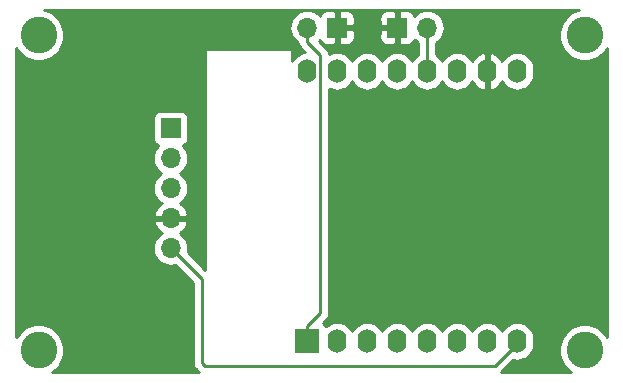
<source format=gbr>
G04 #@! TF.GenerationSoftware,KiCad,Pcbnew,(5.1.2)-2*
G04 #@! TF.CreationDate,2019-08-08T14:41:15+02:00*
G04 #@! TF.ProjectId,esp8266_8x8MatrixLed,65737038-3236-4365-9f38-78384d617472,rev?*
G04 #@! TF.SameCoordinates,Original*
G04 #@! TF.FileFunction,Copper,L1,Top*
G04 #@! TF.FilePolarity,Positive*
%FSLAX46Y46*%
G04 Gerber Fmt 4.6, Leading zero omitted, Abs format (unit mm)*
G04 Created by KiCad (PCBNEW (5.1.2)-2) date 2019-08-08 14:41:15*
%MOMM*%
%LPD*%
G04 APERTURE LIST*
%ADD10O,1.600000X2.000000*%
%ADD11R,2.000000X2.000000*%
%ADD12O,1.700000X1.700000*%
%ADD13R,1.700000X1.700000*%
%ADD14C,3.100000*%
%ADD15C,0.250000*%
%ADD16C,0.254000*%
G04 APERTURE END LIST*
D10*
X88265000Y-34798000D03*
X90805000Y-34798000D03*
X93345000Y-34798000D03*
X95885000Y-34798000D03*
X98425000Y-34798000D03*
X100965000Y-34798000D03*
X103505000Y-34798000D03*
X106045000Y-34798000D03*
X106045000Y-57658000D03*
X103505000Y-57658000D03*
X100965000Y-57658000D03*
X98425000Y-57658000D03*
X95885000Y-57658000D03*
X93345000Y-57658000D03*
D11*
X88265000Y-57658000D03*
D10*
X90805000Y-57658000D03*
D12*
X76708000Y-49784000D03*
X76708000Y-47244000D03*
X76708000Y-44704000D03*
X76708000Y-42164000D03*
D13*
X76708000Y-39624000D03*
D12*
X98425000Y-31115000D03*
D13*
X95885000Y-31115000D03*
D12*
X88265000Y-31115000D03*
D13*
X90805000Y-31115000D03*
D14*
X111760000Y-31750000D03*
X111760000Y-58420000D03*
X65532000Y-58420000D03*
X65532000Y-31750000D03*
D15*
X88265000Y-56408000D02*
X88265000Y-57658000D01*
X89390010Y-55282990D02*
X88265000Y-56408000D01*
X89390010Y-33442091D02*
X89390010Y-55282990D01*
X88265000Y-32317081D02*
X89390010Y-33442091D01*
X88265000Y-31115000D02*
X88265000Y-32317081D01*
X79430990Y-59570626D02*
X79621374Y-59761010D01*
X106045000Y-57858000D02*
X106045000Y-57658000D01*
X104141990Y-59761010D02*
X106045000Y-57858000D01*
X79621374Y-59761010D02*
X104141990Y-59761010D01*
X79345001Y-59484637D02*
X79621374Y-59761010D01*
X79345001Y-52421001D02*
X79345001Y-59484637D01*
X76708000Y-49784000D02*
X79345001Y-52421001D01*
X98425000Y-33548000D02*
X98425000Y-31115000D01*
X98425000Y-34798000D02*
X98425000Y-33548000D01*
D16*
G36*
X111122659Y-29648969D02*
G01*
X110725015Y-29813678D01*
X110367144Y-30052800D01*
X110062800Y-30357144D01*
X109823678Y-30715015D01*
X109658969Y-31112659D01*
X109575000Y-31534796D01*
X109575000Y-31965204D01*
X109658969Y-32387341D01*
X109823678Y-32784985D01*
X110062800Y-33142856D01*
X110367144Y-33447200D01*
X110725015Y-33686322D01*
X111122659Y-33851031D01*
X111544796Y-33935000D01*
X111975204Y-33935000D01*
X112397341Y-33851031D01*
X112794985Y-33686322D01*
X113152856Y-33447200D01*
X113457200Y-33142856D01*
X113640001Y-32869275D01*
X113640000Y-57300723D01*
X113457200Y-57027144D01*
X113152856Y-56722800D01*
X112794985Y-56483678D01*
X112397341Y-56318969D01*
X111975204Y-56235000D01*
X111544796Y-56235000D01*
X111122659Y-56318969D01*
X110725015Y-56483678D01*
X110367144Y-56722800D01*
X110062800Y-57027144D01*
X109823678Y-57385015D01*
X109658969Y-57782659D01*
X109575000Y-58204796D01*
X109575000Y-58635204D01*
X109658969Y-59057341D01*
X109823678Y-59454985D01*
X110062800Y-59812856D01*
X110367144Y-60117200D01*
X110640723Y-60300000D01*
X104682821Y-60300000D01*
X104705794Y-60272007D01*
X105719094Y-59258708D01*
X105763692Y-59272236D01*
X106045000Y-59299943D01*
X106326309Y-59272236D01*
X106596808Y-59190182D01*
X106846101Y-59056932D01*
X107064608Y-58877608D01*
X107243932Y-58659101D01*
X107377182Y-58409807D01*
X107459236Y-58139308D01*
X107480000Y-57928491D01*
X107480000Y-57387508D01*
X107459236Y-57176691D01*
X107377182Y-56906192D01*
X107243932Y-56656899D01*
X107064607Y-56438392D01*
X106846100Y-56259068D01*
X106596807Y-56125818D01*
X106326308Y-56043764D01*
X106045000Y-56016057D01*
X105763691Y-56043764D01*
X105493192Y-56125818D01*
X105243899Y-56259068D01*
X105025392Y-56438393D01*
X104846068Y-56656900D01*
X104775000Y-56789858D01*
X104703932Y-56656899D01*
X104524607Y-56438392D01*
X104306100Y-56259068D01*
X104056807Y-56125818D01*
X103786308Y-56043764D01*
X103505000Y-56016057D01*
X103223691Y-56043764D01*
X102953192Y-56125818D01*
X102703899Y-56259068D01*
X102485392Y-56438393D01*
X102306068Y-56656900D01*
X102235000Y-56789858D01*
X102163932Y-56656899D01*
X101984607Y-56438392D01*
X101766100Y-56259068D01*
X101516807Y-56125818D01*
X101246308Y-56043764D01*
X100965000Y-56016057D01*
X100683691Y-56043764D01*
X100413192Y-56125818D01*
X100163899Y-56259068D01*
X99945392Y-56438393D01*
X99766068Y-56656900D01*
X99695000Y-56789858D01*
X99623932Y-56656899D01*
X99444607Y-56438392D01*
X99226100Y-56259068D01*
X98976807Y-56125818D01*
X98706308Y-56043764D01*
X98425000Y-56016057D01*
X98143691Y-56043764D01*
X97873192Y-56125818D01*
X97623899Y-56259068D01*
X97405392Y-56438393D01*
X97226068Y-56656900D01*
X97155000Y-56789858D01*
X97083932Y-56656899D01*
X96904607Y-56438392D01*
X96686100Y-56259068D01*
X96436807Y-56125818D01*
X96166308Y-56043764D01*
X95885000Y-56016057D01*
X95603691Y-56043764D01*
X95333192Y-56125818D01*
X95083899Y-56259068D01*
X94865392Y-56438393D01*
X94686068Y-56656900D01*
X94615000Y-56789858D01*
X94543932Y-56656899D01*
X94364607Y-56438392D01*
X94146100Y-56259068D01*
X93896807Y-56125818D01*
X93626308Y-56043764D01*
X93345000Y-56016057D01*
X93063691Y-56043764D01*
X92793192Y-56125818D01*
X92543899Y-56259068D01*
X92325392Y-56438393D01*
X92146068Y-56656900D01*
X92075000Y-56789858D01*
X92003932Y-56656899D01*
X91824607Y-56438392D01*
X91606100Y-56259068D01*
X91356807Y-56125818D01*
X91086308Y-56043764D01*
X90805000Y-56016057D01*
X90523691Y-56043764D01*
X90253192Y-56125818D01*
X90003899Y-56259068D01*
X89842559Y-56391477D01*
X89795537Y-56303506D01*
X89716185Y-56206815D01*
X89619958Y-56127844D01*
X89901018Y-55846785D01*
X89930011Y-55822991D01*
X89953805Y-55793998D01*
X89953809Y-55793994D01*
X90024983Y-55707267D01*
X90027556Y-55702454D01*
X90095556Y-55575237D01*
X90139013Y-55431976D01*
X90150010Y-55320323D01*
X90150010Y-55320314D01*
X90153686Y-55282991D01*
X90150010Y-55245668D01*
X90150010Y-36275029D01*
X90253193Y-36330182D01*
X90523692Y-36412236D01*
X90805000Y-36439943D01*
X91086309Y-36412236D01*
X91356808Y-36330182D01*
X91606101Y-36196932D01*
X91824608Y-36017608D01*
X92003932Y-35799101D01*
X92075000Y-35666142D01*
X92146068Y-35799101D01*
X92325393Y-36017608D01*
X92543900Y-36196932D01*
X92793193Y-36330182D01*
X93063692Y-36412236D01*
X93345000Y-36439943D01*
X93626309Y-36412236D01*
X93896808Y-36330182D01*
X94146101Y-36196932D01*
X94364608Y-36017608D01*
X94543932Y-35799101D01*
X94615000Y-35666142D01*
X94686068Y-35799101D01*
X94865393Y-36017608D01*
X95083900Y-36196932D01*
X95333193Y-36330182D01*
X95603692Y-36412236D01*
X95885000Y-36439943D01*
X96166309Y-36412236D01*
X96436808Y-36330182D01*
X96686101Y-36196932D01*
X96904608Y-36017608D01*
X97083932Y-35799101D01*
X97155000Y-35666142D01*
X97226068Y-35799101D01*
X97405393Y-36017608D01*
X97623900Y-36196932D01*
X97873193Y-36330182D01*
X98143692Y-36412236D01*
X98425000Y-36439943D01*
X98706309Y-36412236D01*
X98976808Y-36330182D01*
X99226101Y-36196932D01*
X99444608Y-36017608D01*
X99623932Y-35799101D01*
X99695000Y-35666142D01*
X99766068Y-35799101D01*
X99945393Y-36017608D01*
X100163900Y-36196932D01*
X100413193Y-36330182D01*
X100683692Y-36412236D01*
X100965000Y-36439943D01*
X101246309Y-36412236D01*
X101516808Y-36330182D01*
X101766101Y-36196932D01*
X101984608Y-36017608D01*
X102163932Y-35799101D01*
X102233122Y-35669655D01*
X102240570Y-35687227D01*
X102399327Y-35920662D01*
X102600575Y-36118639D01*
X102836579Y-36273551D01*
X103098270Y-36379444D01*
X103155961Y-36389904D01*
X103378000Y-36267915D01*
X103378000Y-34925000D01*
X103358000Y-34925000D01*
X103358000Y-34671000D01*
X103378000Y-34671000D01*
X103378000Y-33328085D01*
X103632000Y-33328085D01*
X103632000Y-34671000D01*
X103652000Y-34671000D01*
X103652000Y-34925000D01*
X103632000Y-34925000D01*
X103632000Y-36267915D01*
X103854039Y-36389904D01*
X103911730Y-36379444D01*
X104173421Y-36273551D01*
X104409425Y-36118639D01*
X104610673Y-35920662D01*
X104769430Y-35687227D01*
X104776878Y-35669655D01*
X104846068Y-35799101D01*
X105025393Y-36017608D01*
X105243900Y-36196932D01*
X105493193Y-36330182D01*
X105763692Y-36412236D01*
X106045000Y-36439943D01*
X106326309Y-36412236D01*
X106596808Y-36330182D01*
X106846101Y-36196932D01*
X107064608Y-36017608D01*
X107243932Y-35799101D01*
X107377182Y-35549807D01*
X107459236Y-35279308D01*
X107480000Y-35068491D01*
X107480000Y-34527508D01*
X107459236Y-34316691D01*
X107377182Y-34046192D01*
X107243932Y-33796899D01*
X107064607Y-33578392D01*
X106846100Y-33399068D01*
X106596807Y-33265818D01*
X106326308Y-33183764D01*
X106045000Y-33156057D01*
X105763691Y-33183764D01*
X105493192Y-33265818D01*
X105243899Y-33399068D01*
X105025392Y-33578393D01*
X104846068Y-33796900D01*
X104776878Y-33926345D01*
X104769430Y-33908773D01*
X104610673Y-33675338D01*
X104409425Y-33477361D01*
X104173421Y-33322449D01*
X103911730Y-33216556D01*
X103854039Y-33206096D01*
X103632000Y-33328085D01*
X103378000Y-33328085D01*
X103155961Y-33206096D01*
X103098270Y-33216556D01*
X102836579Y-33322449D01*
X102600575Y-33477361D01*
X102399327Y-33675338D01*
X102240570Y-33908773D01*
X102233122Y-33926345D01*
X102163932Y-33796899D01*
X101984607Y-33578392D01*
X101766100Y-33399068D01*
X101516807Y-33265818D01*
X101246308Y-33183764D01*
X100965000Y-33156057D01*
X100683691Y-33183764D01*
X100413192Y-33265818D01*
X100163899Y-33399068D01*
X99945392Y-33578393D01*
X99766068Y-33796900D01*
X99695000Y-33929858D01*
X99623932Y-33796899D01*
X99444607Y-33578392D01*
X99226100Y-33399068D01*
X99185000Y-33377100D01*
X99185000Y-32392595D01*
X99254014Y-32355706D01*
X99480134Y-32170134D01*
X99665706Y-31944014D01*
X99803599Y-31686034D01*
X99888513Y-31406111D01*
X99917185Y-31115000D01*
X99888513Y-30823889D01*
X99803599Y-30543966D01*
X99665706Y-30285986D01*
X99480134Y-30059866D01*
X99254014Y-29874294D01*
X98996034Y-29736401D01*
X98716111Y-29651487D01*
X98497950Y-29630000D01*
X98352050Y-29630000D01*
X98133889Y-29651487D01*
X97853966Y-29736401D01*
X97595986Y-29874294D01*
X97369866Y-30059866D01*
X97345393Y-30089687D01*
X97324502Y-30020820D01*
X97265537Y-29910506D01*
X97186185Y-29813815D01*
X97089494Y-29734463D01*
X96979180Y-29675498D01*
X96859482Y-29639188D01*
X96735000Y-29626928D01*
X96170750Y-29630000D01*
X96012000Y-29788750D01*
X96012000Y-30988000D01*
X96032000Y-30988000D01*
X96032000Y-31242000D01*
X96012000Y-31242000D01*
X96012000Y-32441250D01*
X96170750Y-32600000D01*
X96735000Y-32603072D01*
X96859482Y-32590812D01*
X96979180Y-32554502D01*
X97089494Y-32495537D01*
X97186185Y-32416185D01*
X97265537Y-32319494D01*
X97324502Y-32209180D01*
X97345393Y-32140313D01*
X97369866Y-32170134D01*
X97595986Y-32355706D01*
X97665000Y-32392595D01*
X97665000Y-33377099D01*
X97623899Y-33399068D01*
X97405392Y-33578393D01*
X97226068Y-33796900D01*
X97155000Y-33929858D01*
X97083932Y-33796899D01*
X96904607Y-33578392D01*
X96686100Y-33399068D01*
X96436807Y-33265818D01*
X96166308Y-33183764D01*
X95885000Y-33156057D01*
X95603691Y-33183764D01*
X95333192Y-33265818D01*
X95083899Y-33399068D01*
X94865392Y-33578393D01*
X94686068Y-33796900D01*
X94615000Y-33929858D01*
X94543932Y-33796899D01*
X94364607Y-33578392D01*
X94146100Y-33399068D01*
X93896807Y-33265818D01*
X93626308Y-33183764D01*
X93345000Y-33156057D01*
X93063691Y-33183764D01*
X92793192Y-33265818D01*
X92543899Y-33399068D01*
X92325392Y-33578393D01*
X92146068Y-33796900D01*
X92075000Y-33929858D01*
X92003932Y-33796899D01*
X91824607Y-33578392D01*
X91606100Y-33399068D01*
X91356807Y-33265818D01*
X91086308Y-33183764D01*
X90805000Y-33156057D01*
X90523691Y-33183764D01*
X90253192Y-33265818D01*
X90142170Y-33325160D01*
X90139013Y-33293105D01*
X90095556Y-33149844D01*
X90024984Y-33017815D01*
X90006444Y-32995224D01*
X89953809Y-32931087D01*
X89953805Y-32931083D01*
X89930011Y-32902090D01*
X89901019Y-32878297D01*
X89250226Y-32227506D01*
X89320134Y-32170134D01*
X89344607Y-32140313D01*
X89365498Y-32209180D01*
X89424463Y-32319494D01*
X89503815Y-32416185D01*
X89600506Y-32495537D01*
X89710820Y-32554502D01*
X89830518Y-32590812D01*
X89955000Y-32603072D01*
X90519250Y-32600000D01*
X90678000Y-32441250D01*
X90678000Y-31242000D01*
X90932000Y-31242000D01*
X90932000Y-32441250D01*
X91090750Y-32600000D01*
X91655000Y-32603072D01*
X91779482Y-32590812D01*
X91899180Y-32554502D01*
X92009494Y-32495537D01*
X92106185Y-32416185D01*
X92185537Y-32319494D01*
X92244502Y-32209180D01*
X92280812Y-32089482D01*
X92293072Y-31965000D01*
X94396928Y-31965000D01*
X94409188Y-32089482D01*
X94445498Y-32209180D01*
X94504463Y-32319494D01*
X94583815Y-32416185D01*
X94680506Y-32495537D01*
X94790820Y-32554502D01*
X94910518Y-32590812D01*
X95035000Y-32603072D01*
X95599250Y-32600000D01*
X95758000Y-32441250D01*
X95758000Y-31242000D01*
X94558750Y-31242000D01*
X94400000Y-31400750D01*
X94396928Y-31965000D01*
X92293072Y-31965000D01*
X92290000Y-31400750D01*
X92131250Y-31242000D01*
X90932000Y-31242000D01*
X90678000Y-31242000D01*
X90658000Y-31242000D01*
X90658000Y-30988000D01*
X90678000Y-30988000D01*
X90678000Y-29788750D01*
X90932000Y-29788750D01*
X90932000Y-30988000D01*
X92131250Y-30988000D01*
X92290000Y-30829250D01*
X92293072Y-30265000D01*
X94396928Y-30265000D01*
X94400000Y-30829250D01*
X94558750Y-30988000D01*
X95758000Y-30988000D01*
X95758000Y-29788750D01*
X95599250Y-29630000D01*
X95035000Y-29626928D01*
X94910518Y-29639188D01*
X94790820Y-29675498D01*
X94680506Y-29734463D01*
X94583815Y-29813815D01*
X94504463Y-29910506D01*
X94445498Y-30020820D01*
X94409188Y-30140518D01*
X94396928Y-30265000D01*
X92293072Y-30265000D01*
X92280812Y-30140518D01*
X92244502Y-30020820D01*
X92185537Y-29910506D01*
X92106185Y-29813815D01*
X92009494Y-29734463D01*
X91899180Y-29675498D01*
X91779482Y-29639188D01*
X91655000Y-29626928D01*
X91090750Y-29630000D01*
X90932000Y-29788750D01*
X90678000Y-29788750D01*
X90519250Y-29630000D01*
X89955000Y-29626928D01*
X89830518Y-29639188D01*
X89710820Y-29675498D01*
X89600506Y-29734463D01*
X89503815Y-29813815D01*
X89424463Y-29910506D01*
X89365498Y-30020820D01*
X89344607Y-30089687D01*
X89320134Y-30059866D01*
X89094014Y-29874294D01*
X88836034Y-29736401D01*
X88556111Y-29651487D01*
X88337950Y-29630000D01*
X88192050Y-29630000D01*
X87973889Y-29651487D01*
X87693966Y-29736401D01*
X87435986Y-29874294D01*
X87209866Y-30059866D01*
X87024294Y-30285986D01*
X86886401Y-30543966D01*
X86801487Y-30823889D01*
X86772815Y-31115000D01*
X86801487Y-31406111D01*
X86886401Y-31686034D01*
X87024294Y-31944014D01*
X87209866Y-32170134D01*
X87435986Y-32355706D01*
X87508971Y-32394717D01*
X87515998Y-32466067D01*
X87529180Y-32509523D01*
X87559454Y-32609327D01*
X87630026Y-32741357D01*
X87701201Y-32828083D01*
X87725000Y-32857082D01*
X87753998Y-32880880D01*
X88050319Y-33177202D01*
X87983691Y-33183764D01*
X87713192Y-33265818D01*
X87463899Y-33399068D01*
X87245392Y-33578393D01*
X87066068Y-33796900D01*
X86995000Y-33929859D01*
X86995000Y-33020000D01*
X86992560Y-32995224D01*
X86985333Y-32971399D01*
X86973597Y-32949443D01*
X86957803Y-32930197D01*
X86938557Y-32914403D01*
X86916601Y-32902667D01*
X86892776Y-32895440D01*
X86868000Y-32893000D01*
X79756000Y-32893000D01*
X79731224Y-32895440D01*
X79707399Y-32902667D01*
X79685443Y-32914403D01*
X79666197Y-32930197D01*
X79650403Y-32949443D01*
X79638667Y-32971399D01*
X79631440Y-32995224D01*
X79629000Y-33020000D01*
X79629000Y-51630198D01*
X78148797Y-50149996D01*
X78171513Y-50075111D01*
X78200185Y-49784000D01*
X78171513Y-49492889D01*
X78086599Y-49212966D01*
X77948706Y-48954986D01*
X77763134Y-48728866D01*
X77537014Y-48543294D01*
X77472477Y-48508799D01*
X77589355Y-48439178D01*
X77805588Y-48244269D01*
X77979641Y-48010920D01*
X78104825Y-47748099D01*
X78149476Y-47600890D01*
X78028155Y-47371000D01*
X76835000Y-47371000D01*
X76835000Y-47391000D01*
X76581000Y-47391000D01*
X76581000Y-47371000D01*
X75387845Y-47371000D01*
X75266524Y-47600890D01*
X75311175Y-47748099D01*
X75436359Y-48010920D01*
X75610412Y-48244269D01*
X75826645Y-48439178D01*
X75943523Y-48508799D01*
X75878986Y-48543294D01*
X75652866Y-48728866D01*
X75467294Y-48954986D01*
X75329401Y-49212966D01*
X75244487Y-49492889D01*
X75215815Y-49784000D01*
X75244487Y-50075111D01*
X75329401Y-50355034D01*
X75467294Y-50613014D01*
X75652866Y-50839134D01*
X75878986Y-51024706D01*
X76136966Y-51162599D01*
X76416889Y-51247513D01*
X76635050Y-51269000D01*
X76780950Y-51269000D01*
X76999111Y-51247513D01*
X77073996Y-51224797D01*
X78585001Y-52735803D01*
X78585002Y-59447305D01*
X78581325Y-59484637D01*
X78595999Y-59633622D01*
X78639455Y-59776883D01*
X78710027Y-59908913D01*
X78780597Y-59994902D01*
X78805001Y-60024638D01*
X78833998Y-60048435D01*
X79057574Y-60272012D01*
X79080543Y-60300000D01*
X66651277Y-60300000D01*
X66924856Y-60117200D01*
X67229200Y-59812856D01*
X67468322Y-59454985D01*
X67633031Y-59057341D01*
X67717000Y-58635204D01*
X67717000Y-58204796D01*
X67633031Y-57782659D01*
X67468322Y-57385015D01*
X67229200Y-57027144D01*
X66924856Y-56722800D01*
X66566985Y-56483678D01*
X66169341Y-56318969D01*
X65747204Y-56235000D01*
X65316796Y-56235000D01*
X64894659Y-56318969D01*
X64497015Y-56483678D01*
X64139144Y-56722800D01*
X63834800Y-57027144D01*
X63652000Y-57300723D01*
X63652000Y-42164000D01*
X75215815Y-42164000D01*
X75244487Y-42455111D01*
X75329401Y-42735034D01*
X75467294Y-42993014D01*
X75652866Y-43219134D01*
X75878986Y-43404706D01*
X75933791Y-43434000D01*
X75878986Y-43463294D01*
X75652866Y-43648866D01*
X75467294Y-43874986D01*
X75329401Y-44132966D01*
X75244487Y-44412889D01*
X75215815Y-44704000D01*
X75244487Y-44995111D01*
X75329401Y-45275034D01*
X75467294Y-45533014D01*
X75652866Y-45759134D01*
X75878986Y-45944706D01*
X75943523Y-45979201D01*
X75826645Y-46048822D01*
X75610412Y-46243731D01*
X75436359Y-46477080D01*
X75311175Y-46739901D01*
X75266524Y-46887110D01*
X75387845Y-47117000D01*
X76581000Y-47117000D01*
X76581000Y-47097000D01*
X76835000Y-47097000D01*
X76835000Y-47117000D01*
X78028155Y-47117000D01*
X78149476Y-46887110D01*
X78104825Y-46739901D01*
X77979641Y-46477080D01*
X77805588Y-46243731D01*
X77589355Y-46048822D01*
X77472477Y-45979201D01*
X77537014Y-45944706D01*
X77763134Y-45759134D01*
X77948706Y-45533014D01*
X78086599Y-45275034D01*
X78171513Y-44995111D01*
X78200185Y-44704000D01*
X78171513Y-44412889D01*
X78086599Y-44132966D01*
X77948706Y-43874986D01*
X77763134Y-43648866D01*
X77537014Y-43463294D01*
X77482209Y-43434000D01*
X77537014Y-43404706D01*
X77763134Y-43219134D01*
X77948706Y-42993014D01*
X78086599Y-42735034D01*
X78171513Y-42455111D01*
X78200185Y-42164000D01*
X78171513Y-41872889D01*
X78086599Y-41592966D01*
X77948706Y-41334986D01*
X77763134Y-41108866D01*
X77733313Y-41084393D01*
X77802180Y-41063502D01*
X77912494Y-41004537D01*
X78009185Y-40925185D01*
X78088537Y-40828494D01*
X78147502Y-40718180D01*
X78183812Y-40598482D01*
X78196072Y-40474000D01*
X78196072Y-38774000D01*
X78183812Y-38649518D01*
X78147502Y-38529820D01*
X78088537Y-38419506D01*
X78009185Y-38322815D01*
X77912494Y-38243463D01*
X77802180Y-38184498D01*
X77682482Y-38148188D01*
X77558000Y-38135928D01*
X75858000Y-38135928D01*
X75733518Y-38148188D01*
X75613820Y-38184498D01*
X75503506Y-38243463D01*
X75406815Y-38322815D01*
X75327463Y-38419506D01*
X75268498Y-38529820D01*
X75232188Y-38649518D01*
X75219928Y-38774000D01*
X75219928Y-40474000D01*
X75232188Y-40598482D01*
X75268498Y-40718180D01*
X75327463Y-40828494D01*
X75406815Y-40925185D01*
X75503506Y-41004537D01*
X75613820Y-41063502D01*
X75682687Y-41084393D01*
X75652866Y-41108866D01*
X75467294Y-41334986D01*
X75329401Y-41592966D01*
X75244487Y-41872889D01*
X75215815Y-42164000D01*
X63652000Y-42164000D01*
X63652000Y-32869277D01*
X63834800Y-33142856D01*
X64139144Y-33447200D01*
X64497015Y-33686322D01*
X64894659Y-33851031D01*
X65316796Y-33935000D01*
X65747204Y-33935000D01*
X66169341Y-33851031D01*
X66566985Y-33686322D01*
X66924856Y-33447200D01*
X67229200Y-33142856D01*
X67468322Y-32784985D01*
X67633031Y-32387341D01*
X67717000Y-31965204D01*
X67717000Y-31534796D01*
X67633031Y-31112659D01*
X67468322Y-30715015D01*
X67229200Y-30357144D01*
X66924856Y-30052800D01*
X66566985Y-29813678D01*
X66169341Y-29648969D01*
X66003596Y-29616000D01*
X111288404Y-29616000D01*
X111122659Y-29648969D01*
X111122659Y-29648969D01*
G37*
X111122659Y-29648969D02*
X110725015Y-29813678D01*
X110367144Y-30052800D01*
X110062800Y-30357144D01*
X109823678Y-30715015D01*
X109658969Y-31112659D01*
X109575000Y-31534796D01*
X109575000Y-31965204D01*
X109658969Y-32387341D01*
X109823678Y-32784985D01*
X110062800Y-33142856D01*
X110367144Y-33447200D01*
X110725015Y-33686322D01*
X111122659Y-33851031D01*
X111544796Y-33935000D01*
X111975204Y-33935000D01*
X112397341Y-33851031D01*
X112794985Y-33686322D01*
X113152856Y-33447200D01*
X113457200Y-33142856D01*
X113640001Y-32869275D01*
X113640000Y-57300723D01*
X113457200Y-57027144D01*
X113152856Y-56722800D01*
X112794985Y-56483678D01*
X112397341Y-56318969D01*
X111975204Y-56235000D01*
X111544796Y-56235000D01*
X111122659Y-56318969D01*
X110725015Y-56483678D01*
X110367144Y-56722800D01*
X110062800Y-57027144D01*
X109823678Y-57385015D01*
X109658969Y-57782659D01*
X109575000Y-58204796D01*
X109575000Y-58635204D01*
X109658969Y-59057341D01*
X109823678Y-59454985D01*
X110062800Y-59812856D01*
X110367144Y-60117200D01*
X110640723Y-60300000D01*
X104682821Y-60300000D01*
X104705794Y-60272007D01*
X105719094Y-59258708D01*
X105763692Y-59272236D01*
X106045000Y-59299943D01*
X106326309Y-59272236D01*
X106596808Y-59190182D01*
X106846101Y-59056932D01*
X107064608Y-58877608D01*
X107243932Y-58659101D01*
X107377182Y-58409807D01*
X107459236Y-58139308D01*
X107480000Y-57928491D01*
X107480000Y-57387508D01*
X107459236Y-57176691D01*
X107377182Y-56906192D01*
X107243932Y-56656899D01*
X107064607Y-56438392D01*
X106846100Y-56259068D01*
X106596807Y-56125818D01*
X106326308Y-56043764D01*
X106045000Y-56016057D01*
X105763691Y-56043764D01*
X105493192Y-56125818D01*
X105243899Y-56259068D01*
X105025392Y-56438393D01*
X104846068Y-56656900D01*
X104775000Y-56789858D01*
X104703932Y-56656899D01*
X104524607Y-56438392D01*
X104306100Y-56259068D01*
X104056807Y-56125818D01*
X103786308Y-56043764D01*
X103505000Y-56016057D01*
X103223691Y-56043764D01*
X102953192Y-56125818D01*
X102703899Y-56259068D01*
X102485392Y-56438393D01*
X102306068Y-56656900D01*
X102235000Y-56789858D01*
X102163932Y-56656899D01*
X101984607Y-56438392D01*
X101766100Y-56259068D01*
X101516807Y-56125818D01*
X101246308Y-56043764D01*
X100965000Y-56016057D01*
X100683691Y-56043764D01*
X100413192Y-56125818D01*
X100163899Y-56259068D01*
X99945392Y-56438393D01*
X99766068Y-56656900D01*
X99695000Y-56789858D01*
X99623932Y-56656899D01*
X99444607Y-56438392D01*
X99226100Y-56259068D01*
X98976807Y-56125818D01*
X98706308Y-56043764D01*
X98425000Y-56016057D01*
X98143691Y-56043764D01*
X97873192Y-56125818D01*
X97623899Y-56259068D01*
X97405392Y-56438393D01*
X97226068Y-56656900D01*
X97155000Y-56789858D01*
X97083932Y-56656899D01*
X96904607Y-56438392D01*
X96686100Y-56259068D01*
X96436807Y-56125818D01*
X96166308Y-56043764D01*
X95885000Y-56016057D01*
X95603691Y-56043764D01*
X95333192Y-56125818D01*
X95083899Y-56259068D01*
X94865392Y-56438393D01*
X94686068Y-56656900D01*
X94615000Y-56789858D01*
X94543932Y-56656899D01*
X94364607Y-56438392D01*
X94146100Y-56259068D01*
X93896807Y-56125818D01*
X93626308Y-56043764D01*
X93345000Y-56016057D01*
X93063691Y-56043764D01*
X92793192Y-56125818D01*
X92543899Y-56259068D01*
X92325392Y-56438393D01*
X92146068Y-56656900D01*
X92075000Y-56789858D01*
X92003932Y-56656899D01*
X91824607Y-56438392D01*
X91606100Y-56259068D01*
X91356807Y-56125818D01*
X91086308Y-56043764D01*
X90805000Y-56016057D01*
X90523691Y-56043764D01*
X90253192Y-56125818D01*
X90003899Y-56259068D01*
X89842559Y-56391477D01*
X89795537Y-56303506D01*
X89716185Y-56206815D01*
X89619958Y-56127844D01*
X89901018Y-55846785D01*
X89930011Y-55822991D01*
X89953805Y-55793998D01*
X89953809Y-55793994D01*
X90024983Y-55707267D01*
X90027556Y-55702454D01*
X90095556Y-55575237D01*
X90139013Y-55431976D01*
X90150010Y-55320323D01*
X90150010Y-55320314D01*
X90153686Y-55282991D01*
X90150010Y-55245668D01*
X90150010Y-36275029D01*
X90253193Y-36330182D01*
X90523692Y-36412236D01*
X90805000Y-36439943D01*
X91086309Y-36412236D01*
X91356808Y-36330182D01*
X91606101Y-36196932D01*
X91824608Y-36017608D01*
X92003932Y-35799101D01*
X92075000Y-35666142D01*
X92146068Y-35799101D01*
X92325393Y-36017608D01*
X92543900Y-36196932D01*
X92793193Y-36330182D01*
X93063692Y-36412236D01*
X93345000Y-36439943D01*
X93626309Y-36412236D01*
X93896808Y-36330182D01*
X94146101Y-36196932D01*
X94364608Y-36017608D01*
X94543932Y-35799101D01*
X94615000Y-35666142D01*
X94686068Y-35799101D01*
X94865393Y-36017608D01*
X95083900Y-36196932D01*
X95333193Y-36330182D01*
X95603692Y-36412236D01*
X95885000Y-36439943D01*
X96166309Y-36412236D01*
X96436808Y-36330182D01*
X96686101Y-36196932D01*
X96904608Y-36017608D01*
X97083932Y-35799101D01*
X97155000Y-35666142D01*
X97226068Y-35799101D01*
X97405393Y-36017608D01*
X97623900Y-36196932D01*
X97873193Y-36330182D01*
X98143692Y-36412236D01*
X98425000Y-36439943D01*
X98706309Y-36412236D01*
X98976808Y-36330182D01*
X99226101Y-36196932D01*
X99444608Y-36017608D01*
X99623932Y-35799101D01*
X99695000Y-35666142D01*
X99766068Y-35799101D01*
X99945393Y-36017608D01*
X100163900Y-36196932D01*
X100413193Y-36330182D01*
X100683692Y-36412236D01*
X100965000Y-36439943D01*
X101246309Y-36412236D01*
X101516808Y-36330182D01*
X101766101Y-36196932D01*
X101984608Y-36017608D01*
X102163932Y-35799101D01*
X102233122Y-35669655D01*
X102240570Y-35687227D01*
X102399327Y-35920662D01*
X102600575Y-36118639D01*
X102836579Y-36273551D01*
X103098270Y-36379444D01*
X103155961Y-36389904D01*
X103378000Y-36267915D01*
X103378000Y-34925000D01*
X103358000Y-34925000D01*
X103358000Y-34671000D01*
X103378000Y-34671000D01*
X103378000Y-33328085D01*
X103632000Y-33328085D01*
X103632000Y-34671000D01*
X103652000Y-34671000D01*
X103652000Y-34925000D01*
X103632000Y-34925000D01*
X103632000Y-36267915D01*
X103854039Y-36389904D01*
X103911730Y-36379444D01*
X104173421Y-36273551D01*
X104409425Y-36118639D01*
X104610673Y-35920662D01*
X104769430Y-35687227D01*
X104776878Y-35669655D01*
X104846068Y-35799101D01*
X105025393Y-36017608D01*
X105243900Y-36196932D01*
X105493193Y-36330182D01*
X105763692Y-36412236D01*
X106045000Y-36439943D01*
X106326309Y-36412236D01*
X106596808Y-36330182D01*
X106846101Y-36196932D01*
X107064608Y-36017608D01*
X107243932Y-35799101D01*
X107377182Y-35549807D01*
X107459236Y-35279308D01*
X107480000Y-35068491D01*
X107480000Y-34527508D01*
X107459236Y-34316691D01*
X107377182Y-34046192D01*
X107243932Y-33796899D01*
X107064607Y-33578392D01*
X106846100Y-33399068D01*
X106596807Y-33265818D01*
X106326308Y-33183764D01*
X106045000Y-33156057D01*
X105763691Y-33183764D01*
X105493192Y-33265818D01*
X105243899Y-33399068D01*
X105025392Y-33578393D01*
X104846068Y-33796900D01*
X104776878Y-33926345D01*
X104769430Y-33908773D01*
X104610673Y-33675338D01*
X104409425Y-33477361D01*
X104173421Y-33322449D01*
X103911730Y-33216556D01*
X103854039Y-33206096D01*
X103632000Y-33328085D01*
X103378000Y-33328085D01*
X103155961Y-33206096D01*
X103098270Y-33216556D01*
X102836579Y-33322449D01*
X102600575Y-33477361D01*
X102399327Y-33675338D01*
X102240570Y-33908773D01*
X102233122Y-33926345D01*
X102163932Y-33796899D01*
X101984607Y-33578392D01*
X101766100Y-33399068D01*
X101516807Y-33265818D01*
X101246308Y-33183764D01*
X100965000Y-33156057D01*
X100683691Y-33183764D01*
X100413192Y-33265818D01*
X100163899Y-33399068D01*
X99945392Y-33578393D01*
X99766068Y-33796900D01*
X99695000Y-33929858D01*
X99623932Y-33796899D01*
X99444607Y-33578392D01*
X99226100Y-33399068D01*
X99185000Y-33377100D01*
X99185000Y-32392595D01*
X99254014Y-32355706D01*
X99480134Y-32170134D01*
X99665706Y-31944014D01*
X99803599Y-31686034D01*
X99888513Y-31406111D01*
X99917185Y-31115000D01*
X99888513Y-30823889D01*
X99803599Y-30543966D01*
X99665706Y-30285986D01*
X99480134Y-30059866D01*
X99254014Y-29874294D01*
X98996034Y-29736401D01*
X98716111Y-29651487D01*
X98497950Y-29630000D01*
X98352050Y-29630000D01*
X98133889Y-29651487D01*
X97853966Y-29736401D01*
X97595986Y-29874294D01*
X97369866Y-30059866D01*
X97345393Y-30089687D01*
X97324502Y-30020820D01*
X97265537Y-29910506D01*
X97186185Y-29813815D01*
X97089494Y-29734463D01*
X96979180Y-29675498D01*
X96859482Y-29639188D01*
X96735000Y-29626928D01*
X96170750Y-29630000D01*
X96012000Y-29788750D01*
X96012000Y-30988000D01*
X96032000Y-30988000D01*
X96032000Y-31242000D01*
X96012000Y-31242000D01*
X96012000Y-32441250D01*
X96170750Y-32600000D01*
X96735000Y-32603072D01*
X96859482Y-32590812D01*
X96979180Y-32554502D01*
X97089494Y-32495537D01*
X97186185Y-32416185D01*
X97265537Y-32319494D01*
X97324502Y-32209180D01*
X97345393Y-32140313D01*
X97369866Y-32170134D01*
X97595986Y-32355706D01*
X97665000Y-32392595D01*
X97665000Y-33377099D01*
X97623899Y-33399068D01*
X97405392Y-33578393D01*
X97226068Y-33796900D01*
X97155000Y-33929858D01*
X97083932Y-33796899D01*
X96904607Y-33578392D01*
X96686100Y-33399068D01*
X96436807Y-33265818D01*
X96166308Y-33183764D01*
X95885000Y-33156057D01*
X95603691Y-33183764D01*
X95333192Y-33265818D01*
X95083899Y-33399068D01*
X94865392Y-33578393D01*
X94686068Y-33796900D01*
X94615000Y-33929858D01*
X94543932Y-33796899D01*
X94364607Y-33578392D01*
X94146100Y-33399068D01*
X93896807Y-33265818D01*
X93626308Y-33183764D01*
X93345000Y-33156057D01*
X93063691Y-33183764D01*
X92793192Y-33265818D01*
X92543899Y-33399068D01*
X92325392Y-33578393D01*
X92146068Y-33796900D01*
X92075000Y-33929858D01*
X92003932Y-33796899D01*
X91824607Y-33578392D01*
X91606100Y-33399068D01*
X91356807Y-33265818D01*
X91086308Y-33183764D01*
X90805000Y-33156057D01*
X90523691Y-33183764D01*
X90253192Y-33265818D01*
X90142170Y-33325160D01*
X90139013Y-33293105D01*
X90095556Y-33149844D01*
X90024984Y-33017815D01*
X90006444Y-32995224D01*
X89953809Y-32931087D01*
X89953805Y-32931083D01*
X89930011Y-32902090D01*
X89901019Y-32878297D01*
X89250226Y-32227506D01*
X89320134Y-32170134D01*
X89344607Y-32140313D01*
X89365498Y-32209180D01*
X89424463Y-32319494D01*
X89503815Y-32416185D01*
X89600506Y-32495537D01*
X89710820Y-32554502D01*
X89830518Y-32590812D01*
X89955000Y-32603072D01*
X90519250Y-32600000D01*
X90678000Y-32441250D01*
X90678000Y-31242000D01*
X90932000Y-31242000D01*
X90932000Y-32441250D01*
X91090750Y-32600000D01*
X91655000Y-32603072D01*
X91779482Y-32590812D01*
X91899180Y-32554502D01*
X92009494Y-32495537D01*
X92106185Y-32416185D01*
X92185537Y-32319494D01*
X92244502Y-32209180D01*
X92280812Y-32089482D01*
X92293072Y-31965000D01*
X94396928Y-31965000D01*
X94409188Y-32089482D01*
X94445498Y-32209180D01*
X94504463Y-32319494D01*
X94583815Y-32416185D01*
X94680506Y-32495537D01*
X94790820Y-32554502D01*
X94910518Y-32590812D01*
X95035000Y-32603072D01*
X95599250Y-32600000D01*
X95758000Y-32441250D01*
X95758000Y-31242000D01*
X94558750Y-31242000D01*
X94400000Y-31400750D01*
X94396928Y-31965000D01*
X92293072Y-31965000D01*
X92290000Y-31400750D01*
X92131250Y-31242000D01*
X90932000Y-31242000D01*
X90678000Y-31242000D01*
X90658000Y-31242000D01*
X90658000Y-30988000D01*
X90678000Y-30988000D01*
X90678000Y-29788750D01*
X90932000Y-29788750D01*
X90932000Y-30988000D01*
X92131250Y-30988000D01*
X92290000Y-30829250D01*
X92293072Y-30265000D01*
X94396928Y-30265000D01*
X94400000Y-30829250D01*
X94558750Y-30988000D01*
X95758000Y-30988000D01*
X95758000Y-29788750D01*
X95599250Y-29630000D01*
X95035000Y-29626928D01*
X94910518Y-29639188D01*
X94790820Y-29675498D01*
X94680506Y-29734463D01*
X94583815Y-29813815D01*
X94504463Y-29910506D01*
X94445498Y-30020820D01*
X94409188Y-30140518D01*
X94396928Y-30265000D01*
X92293072Y-30265000D01*
X92280812Y-30140518D01*
X92244502Y-30020820D01*
X92185537Y-29910506D01*
X92106185Y-29813815D01*
X92009494Y-29734463D01*
X91899180Y-29675498D01*
X91779482Y-29639188D01*
X91655000Y-29626928D01*
X91090750Y-29630000D01*
X90932000Y-29788750D01*
X90678000Y-29788750D01*
X90519250Y-29630000D01*
X89955000Y-29626928D01*
X89830518Y-29639188D01*
X89710820Y-29675498D01*
X89600506Y-29734463D01*
X89503815Y-29813815D01*
X89424463Y-29910506D01*
X89365498Y-30020820D01*
X89344607Y-30089687D01*
X89320134Y-30059866D01*
X89094014Y-29874294D01*
X88836034Y-29736401D01*
X88556111Y-29651487D01*
X88337950Y-29630000D01*
X88192050Y-29630000D01*
X87973889Y-29651487D01*
X87693966Y-29736401D01*
X87435986Y-29874294D01*
X87209866Y-30059866D01*
X87024294Y-30285986D01*
X86886401Y-30543966D01*
X86801487Y-30823889D01*
X86772815Y-31115000D01*
X86801487Y-31406111D01*
X86886401Y-31686034D01*
X87024294Y-31944014D01*
X87209866Y-32170134D01*
X87435986Y-32355706D01*
X87508971Y-32394717D01*
X87515998Y-32466067D01*
X87529180Y-32509523D01*
X87559454Y-32609327D01*
X87630026Y-32741357D01*
X87701201Y-32828083D01*
X87725000Y-32857082D01*
X87753998Y-32880880D01*
X88050319Y-33177202D01*
X87983691Y-33183764D01*
X87713192Y-33265818D01*
X87463899Y-33399068D01*
X87245392Y-33578393D01*
X87066068Y-33796900D01*
X86995000Y-33929859D01*
X86995000Y-33020000D01*
X86992560Y-32995224D01*
X86985333Y-32971399D01*
X86973597Y-32949443D01*
X86957803Y-32930197D01*
X86938557Y-32914403D01*
X86916601Y-32902667D01*
X86892776Y-32895440D01*
X86868000Y-32893000D01*
X79756000Y-32893000D01*
X79731224Y-32895440D01*
X79707399Y-32902667D01*
X79685443Y-32914403D01*
X79666197Y-32930197D01*
X79650403Y-32949443D01*
X79638667Y-32971399D01*
X79631440Y-32995224D01*
X79629000Y-33020000D01*
X79629000Y-51630198D01*
X78148797Y-50149996D01*
X78171513Y-50075111D01*
X78200185Y-49784000D01*
X78171513Y-49492889D01*
X78086599Y-49212966D01*
X77948706Y-48954986D01*
X77763134Y-48728866D01*
X77537014Y-48543294D01*
X77472477Y-48508799D01*
X77589355Y-48439178D01*
X77805588Y-48244269D01*
X77979641Y-48010920D01*
X78104825Y-47748099D01*
X78149476Y-47600890D01*
X78028155Y-47371000D01*
X76835000Y-47371000D01*
X76835000Y-47391000D01*
X76581000Y-47391000D01*
X76581000Y-47371000D01*
X75387845Y-47371000D01*
X75266524Y-47600890D01*
X75311175Y-47748099D01*
X75436359Y-48010920D01*
X75610412Y-48244269D01*
X75826645Y-48439178D01*
X75943523Y-48508799D01*
X75878986Y-48543294D01*
X75652866Y-48728866D01*
X75467294Y-48954986D01*
X75329401Y-49212966D01*
X75244487Y-49492889D01*
X75215815Y-49784000D01*
X75244487Y-50075111D01*
X75329401Y-50355034D01*
X75467294Y-50613014D01*
X75652866Y-50839134D01*
X75878986Y-51024706D01*
X76136966Y-51162599D01*
X76416889Y-51247513D01*
X76635050Y-51269000D01*
X76780950Y-51269000D01*
X76999111Y-51247513D01*
X77073996Y-51224797D01*
X78585001Y-52735803D01*
X78585002Y-59447305D01*
X78581325Y-59484637D01*
X78595999Y-59633622D01*
X78639455Y-59776883D01*
X78710027Y-59908913D01*
X78780597Y-59994902D01*
X78805001Y-60024638D01*
X78833998Y-60048435D01*
X79057574Y-60272012D01*
X79080543Y-60300000D01*
X66651277Y-60300000D01*
X66924856Y-60117200D01*
X67229200Y-59812856D01*
X67468322Y-59454985D01*
X67633031Y-59057341D01*
X67717000Y-58635204D01*
X67717000Y-58204796D01*
X67633031Y-57782659D01*
X67468322Y-57385015D01*
X67229200Y-57027144D01*
X66924856Y-56722800D01*
X66566985Y-56483678D01*
X66169341Y-56318969D01*
X65747204Y-56235000D01*
X65316796Y-56235000D01*
X64894659Y-56318969D01*
X64497015Y-56483678D01*
X64139144Y-56722800D01*
X63834800Y-57027144D01*
X63652000Y-57300723D01*
X63652000Y-42164000D01*
X75215815Y-42164000D01*
X75244487Y-42455111D01*
X75329401Y-42735034D01*
X75467294Y-42993014D01*
X75652866Y-43219134D01*
X75878986Y-43404706D01*
X75933791Y-43434000D01*
X75878986Y-43463294D01*
X75652866Y-43648866D01*
X75467294Y-43874986D01*
X75329401Y-44132966D01*
X75244487Y-44412889D01*
X75215815Y-44704000D01*
X75244487Y-44995111D01*
X75329401Y-45275034D01*
X75467294Y-45533014D01*
X75652866Y-45759134D01*
X75878986Y-45944706D01*
X75943523Y-45979201D01*
X75826645Y-46048822D01*
X75610412Y-46243731D01*
X75436359Y-46477080D01*
X75311175Y-46739901D01*
X75266524Y-46887110D01*
X75387845Y-47117000D01*
X76581000Y-47117000D01*
X76581000Y-47097000D01*
X76835000Y-47097000D01*
X76835000Y-47117000D01*
X78028155Y-47117000D01*
X78149476Y-46887110D01*
X78104825Y-46739901D01*
X77979641Y-46477080D01*
X77805588Y-46243731D01*
X77589355Y-46048822D01*
X77472477Y-45979201D01*
X77537014Y-45944706D01*
X77763134Y-45759134D01*
X77948706Y-45533014D01*
X78086599Y-45275034D01*
X78171513Y-44995111D01*
X78200185Y-44704000D01*
X78171513Y-44412889D01*
X78086599Y-44132966D01*
X77948706Y-43874986D01*
X77763134Y-43648866D01*
X77537014Y-43463294D01*
X77482209Y-43434000D01*
X77537014Y-43404706D01*
X77763134Y-43219134D01*
X77948706Y-42993014D01*
X78086599Y-42735034D01*
X78171513Y-42455111D01*
X78200185Y-42164000D01*
X78171513Y-41872889D01*
X78086599Y-41592966D01*
X77948706Y-41334986D01*
X77763134Y-41108866D01*
X77733313Y-41084393D01*
X77802180Y-41063502D01*
X77912494Y-41004537D01*
X78009185Y-40925185D01*
X78088537Y-40828494D01*
X78147502Y-40718180D01*
X78183812Y-40598482D01*
X78196072Y-40474000D01*
X78196072Y-38774000D01*
X78183812Y-38649518D01*
X78147502Y-38529820D01*
X78088537Y-38419506D01*
X78009185Y-38322815D01*
X77912494Y-38243463D01*
X77802180Y-38184498D01*
X77682482Y-38148188D01*
X77558000Y-38135928D01*
X75858000Y-38135928D01*
X75733518Y-38148188D01*
X75613820Y-38184498D01*
X75503506Y-38243463D01*
X75406815Y-38322815D01*
X75327463Y-38419506D01*
X75268498Y-38529820D01*
X75232188Y-38649518D01*
X75219928Y-38774000D01*
X75219928Y-40474000D01*
X75232188Y-40598482D01*
X75268498Y-40718180D01*
X75327463Y-40828494D01*
X75406815Y-40925185D01*
X75503506Y-41004537D01*
X75613820Y-41063502D01*
X75682687Y-41084393D01*
X75652866Y-41108866D01*
X75467294Y-41334986D01*
X75329401Y-41592966D01*
X75244487Y-41872889D01*
X75215815Y-42164000D01*
X63652000Y-42164000D01*
X63652000Y-32869277D01*
X63834800Y-33142856D01*
X64139144Y-33447200D01*
X64497015Y-33686322D01*
X64894659Y-33851031D01*
X65316796Y-33935000D01*
X65747204Y-33935000D01*
X66169341Y-33851031D01*
X66566985Y-33686322D01*
X66924856Y-33447200D01*
X67229200Y-33142856D01*
X67468322Y-32784985D01*
X67633031Y-32387341D01*
X67717000Y-31965204D01*
X67717000Y-31534796D01*
X67633031Y-31112659D01*
X67468322Y-30715015D01*
X67229200Y-30357144D01*
X66924856Y-30052800D01*
X66566985Y-29813678D01*
X66169341Y-29648969D01*
X66003596Y-29616000D01*
X111288404Y-29616000D01*
X111122659Y-29648969D01*
M02*

</source>
